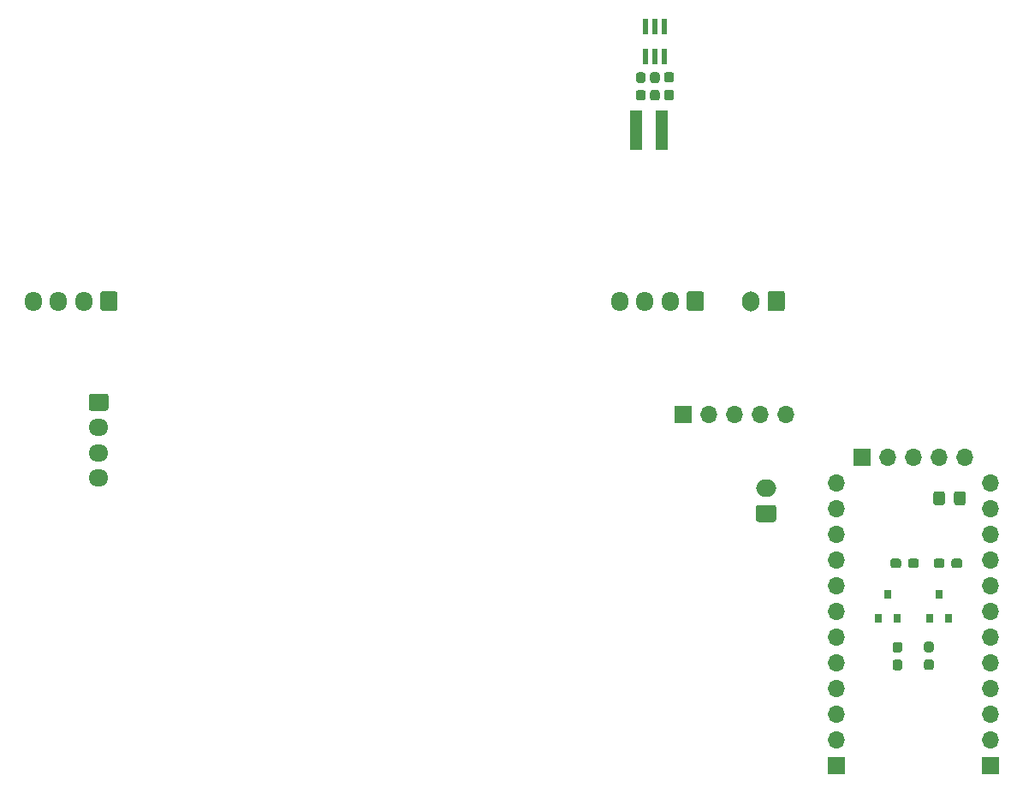
<source format=gbs>
%TF.GenerationSoftware,KiCad,Pcbnew,(5.1.6)-1*%
%TF.CreationDate,2021-03-30T00:51:02+09:00*%
%TF.ProjectId,CubBELMonitor,43756242-454c-44d6-9f6e-69746f722e6b,rev?*%
%TF.SameCoordinates,Original*%
%TF.FileFunction,Soldermask,Bot*%
%TF.FilePolarity,Negative*%
%FSLAX46Y46*%
G04 Gerber Fmt 4.6, Leading zero omitted, Abs format (unit mm)*
G04 Created by KiCad (PCBNEW (5.1.6)-1) date 2021-03-30 00:51:02*
%MOMM*%
%LPD*%
G01*
G04 APERTURE LIST*
%ADD10O,1.950000X1.700000*%
%ADD11O,2.000000X1.700000*%
%ADD12R,1.200000X4.000000*%
%ADD13R,0.800000X0.900000*%
%ADD14R,1.700000X1.700000*%
%ADD15O,1.700000X1.700000*%
%ADD16O,1.700000X1.950000*%
%ADD17O,1.700000X2.000000*%
%ADD18R,0.500000X1.600000*%
G04 APERTURE END LIST*
D10*
%TO.C,P2*%
X70000000Y-77500000D03*
X70000000Y-75000000D03*
X70000000Y-72500000D03*
G36*
G01*
X69275000Y-69150000D02*
X70725000Y-69150000D01*
G75*
G02*
X70975000Y-69400000I0J-250000D01*
G01*
X70975000Y-70600000D01*
G75*
G02*
X70725000Y-70850000I-250000J0D01*
G01*
X69275000Y-70850000D01*
G75*
G02*
X69025000Y-70600000I0J250000D01*
G01*
X69025000Y-69400000D01*
G75*
G02*
X69275000Y-69150000I250000J0D01*
G01*
G37*
%TD*%
D11*
%TO.C,P6*%
X136000000Y-78500000D03*
G36*
G01*
X136750000Y-81850000D02*
X135250000Y-81850000D01*
G75*
G02*
X135000000Y-81600000I0J250000D01*
G01*
X135000000Y-80400000D01*
G75*
G02*
X135250000Y-80150000I250000J0D01*
G01*
X136750000Y-80150000D01*
G75*
G02*
X137000000Y-80400000I0J-250000D01*
G01*
X137000000Y-81600000D01*
G75*
G02*
X136750000Y-81850000I-250000J0D01*
G01*
G37*
%TD*%
D12*
%TO.C,P21*%
X125645000Y-43088000D03*
X123105000Y-43088000D03*
%TD*%
%TO.C,R34*%
G36*
G01*
X152341500Y-96475000D02*
X151866500Y-96475000D01*
G75*
G02*
X151629000Y-96237500I0J237500D01*
G01*
X151629000Y-95662500D01*
G75*
G02*
X151866500Y-95425000I237500J0D01*
G01*
X152341500Y-95425000D01*
G75*
G02*
X152579000Y-95662500I0J-237500D01*
G01*
X152579000Y-96237500D01*
G75*
G02*
X152341500Y-96475000I-237500J0D01*
G01*
G37*
G36*
G01*
X152341500Y-94725000D02*
X151866500Y-94725000D01*
G75*
G02*
X151629000Y-94487500I0J237500D01*
G01*
X151629000Y-93912500D01*
G75*
G02*
X151866500Y-93675000I237500J0D01*
G01*
X152341500Y-93675000D01*
G75*
G02*
X152579000Y-93912500I0J-237500D01*
G01*
X152579000Y-94487500D01*
G75*
G02*
X152341500Y-94725000I-237500J0D01*
G01*
G37*
%TD*%
%TO.C,R33*%
G36*
G01*
X148762500Y-93700000D02*
X149237500Y-93700000D01*
G75*
G02*
X149475000Y-93937500I0J-237500D01*
G01*
X149475000Y-94512500D01*
G75*
G02*
X149237500Y-94750000I-237500J0D01*
G01*
X148762500Y-94750000D01*
G75*
G02*
X148525000Y-94512500I0J237500D01*
G01*
X148525000Y-93937500D01*
G75*
G02*
X148762500Y-93700000I237500J0D01*
G01*
G37*
G36*
G01*
X148762500Y-95450000D02*
X149237500Y-95450000D01*
G75*
G02*
X149475000Y-95687500I0J-237500D01*
G01*
X149475000Y-96262500D01*
G75*
G02*
X149237500Y-96500000I-237500J0D01*
G01*
X148762500Y-96500000D01*
G75*
G02*
X148525000Y-96262500I0J237500D01*
G01*
X148525000Y-95687500D01*
G75*
G02*
X148762500Y-95450000I237500J0D01*
G01*
G37*
%TD*%
%TO.C,R32*%
G36*
G01*
X148305000Y-86167500D02*
X148305000Y-85692500D01*
G75*
G02*
X148542500Y-85455000I237500J0D01*
G01*
X149117500Y-85455000D01*
G75*
G02*
X149355000Y-85692500I0J-237500D01*
G01*
X149355000Y-86167500D01*
G75*
G02*
X149117500Y-86405000I-237500J0D01*
G01*
X148542500Y-86405000D01*
G75*
G02*
X148305000Y-86167500I0J237500D01*
G01*
G37*
G36*
G01*
X150055000Y-86167500D02*
X150055000Y-85692500D01*
G75*
G02*
X150292500Y-85455000I237500J0D01*
G01*
X150867500Y-85455000D01*
G75*
G02*
X151105000Y-85692500I0J-237500D01*
G01*
X151105000Y-86167500D01*
G75*
G02*
X150867500Y-86405000I-237500J0D01*
G01*
X150292500Y-86405000D01*
G75*
G02*
X150055000Y-86167500I0J237500D01*
G01*
G37*
%TD*%
%TO.C,R31*%
G36*
G01*
X155395000Y-85692500D02*
X155395000Y-86167500D01*
G75*
G02*
X155157500Y-86405000I-237500J0D01*
G01*
X154582500Y-86405000D01*
G75*
G02*
X154345000Y-86167500I0J237500D01*
G01*
X154345000Y-85692500D01*
G75*
G02*
X154582500Y-85455000I237500J0D01*
G01*
X155157500Y-85455000D01*
G75*
G02*
X155395000Y-85692500I0J-237500D01*
G01*
G37*
G36*
G01*
X153645000Y-85692500D02*
X153645000Y-86167500D01*
G75*
G02*
X153407500Y-86405000I-237500J0D01*
G01*
X152832500Y-86405000D01*
G75*
G02*
X152595000Y-86167500I0J237500D01*
G01*
X152595000Y-85692500D01*
G75*
G02*
X152832500Y-85455000I237500J0D01*
G01*
X153407500Y-85455000D01*
G75*
G02*
X153645000Y-85692500I0J-237500D01*
G01*
G37*
%TD*%
%TO.C,R22*%
G36*
G01*
X123375500Y-37384000D02*
X123850500Y-37384000D01*
G75*
G02*
X124088000Y-37621500I0J-237500D01*
G01*
X124088000Y-38196500D01*
G75*
G02*
X123850500Y-38434000I-237500J0D01*
G01*
X123375500Y-38434000D01*
G75*
G02*
X123138000Y-38196500I0J237500D01*
G01*
X123138000Y-37621500D01*
G75*
G02*
X123375500Y-37384000I237500J0D01*
G01*
G37*
G36*
G01*
X123375500Y-39134000D02*
X123850500Y-39134000D01*
G75*
G02*
X124088000Y-39371500I0J-237500D01*
G01*
X124088000Y-39946500D01*
G75*
G02*
X123850500Y-40184000I-237500J0D01*
G01*
X123375500Y-40184000D01*
G75*
G02*
X123138000Y-39946500I0J237500D01*
G01*
X123138000Y-39371500D01*
G75*
G02*
X123375500Y-39134000I237500J0D01*
G01*
G37*
%TD*%
%TO.C,R21*%
G36*
G01*
X124772500Y-37384000D02*
X125247500Y-37384000D01*
G75*
G02*
X125485000Y-37621500I0J-237500D01*
G01*
X125485000Y-38196500D01*
G75*
G02*
X125247500Y-38434000I-237500J0D01*
G01*
X124772500Y-38434000D01*
G75*
G02*
X124535000Y-38196500I0J237500D01*
G01*
X124535000Y-37621500D01*
G75*
G02*
X124772500Y-37384000I237500J0D01*
G01*
G37*
G36*
G01*
X124772500Y-39134000D02*
X125247500Y-39134000D01*
G75*
G02*
X125485000Y-39371500I0J-237500D01*
G01*
X125485000Y-39946500D01*
G75*
G02*
X125247500Y-40184000I-237500J0D01*
G01*
X124772500Y-40184000D01*
G75*
G02*
X124535000Y-39946500I0J237500D01*
G01*
X124535000Y-39371500D01*
G75*
G02*
X124772500Y-39134000I237500J0D01*
G01*
G37*
%TD*%
%TO.C,R20*%
G36*
G01*
X126169500Y-37356000D02*
X126644500Y-37356000D01*
G75*
G02*
X126882000Y-37593500I0J-237500D01*
G01*
X126882000Y-38168500D01*
G75*
G02*
X126644500Y-38406000I-237500J0D01*
G01*
X126169500Y-38406000D01*
G75*
G02*
X125932000Y-38168500I0J237500D01*
G01*
X125932000Y-37593500D01*
G75*
G02*
X126169500Y-37356000I237500J0D01*
G01*
G37*
G36*
G01*
X126169500Y-39106000D02*
X126644500Y-39106000D01*
G75*
G02*
X126882000Y-39343500I0J-237500D01*
G01*
X126882000Y-39918500D01*
G75*
G02*
X126644500Y-40156000I-237500J0D01*
G01*
X126169500Y-40156000D01*
G75*
G02*
X125932000Y-39918500I0J237500D01*
G01*
X125932000Y-39343500D01*
G75*
G02*
X126169500Y-39106000I237500J0D01*
G01*
G37*
%TD*%
D13*
%TO.C,Q32*%
X154070000Y-91378000D03*
X152170000Y-91378000D03*
X153120000Y-88978000D03*
%TD*%
%TO.C,Q31*%
X148990000Y-91378000D03*
X147090000Y-91378000D03*
X148040000Y-88978000D03*
%TD*%
D14*
%TO.C,P30*%
X145500000Y-75440000D03*
D15*
X148040000Y-75440000D03*
X150580000Y-75440000D03*
X153120000Y-75440000D03*
X155660000Y-75440000D03*
%TD*%
%TO.C,P5*%
X138000000Y-71250000D03*
X135460000Y-71250000D03*
X132920000Y-71250000D03*
X130380000Y-71250000D03*
D14*
X127840000Y-71250000D03*
%TD*%
D16*
%TO.C,P4*%
X121500000Y-60000000D03*
X124000000Y-60000000D03*
X126500000Y-60000000D03*
G36*
G01*
X129850000Y-59275000D02*
X129850000Y-60725000D01*
G75*
G02*
X129600000Y-60975000I-250000J0D01*
G01*
X128400000Y-60975000D01*
G75*
G02*
X128150000Y-60725000I0J250000D01*
G01*
X128150000Y-59275000D01*
G75*
G02*
X128400000Y-59025000I250000J0D01*
G01*
X129600000Y-59025000D01*
G75*
G02*
X129850000Y-59275000I0J-250000D01*
G01*
G37*
%TD*%
%TO.C,P3*%
G36*
G01*
X71850000Y-59275000D02*
X71850000Y-60725000D01*
G75*
G02*
X71600000Y-60975000I-250000J0D01*
G01*
X70400000Y-60975000D01*
G75*
G02*
X70150000Y-60725000I0J250000D01*
G01*
X70150000Y-59275000D01*
G75*
G02*
X70400000Y-59025000I250000J0D01*
G01*
X71600000Y-59025000D01*
G75*
G02*
X71850000Y-59275000I0J-250000D01*
G01*
G37*
X68500000Y-60000000D03*
X66000000Y-60000000D03*
X63500000Y-60000000D03*
%TD*%
D17*
%TO.C,P1*%
X134500000Y-60000000D03*
G36*
G01*
X137850000Y-59250000D02*
X137850000Y-60750000D01*
G75*
G02*
X137600000Y-61000000I-250000J0D01*
G01*
X136400000Y-61000000D01*
G75*
G02*
X136150000Y-60750000I0J250000D01*
G01*
X136150000Y-59250000D01*
G75*
G02*
X136400000Y-59000000I250000J0D01*
G01*
X137600000Y-59000000D01*
G75*
G02*
X137850000Y-59250000I0J-250000D01*
G01*
G37*
%TD*%
D14*
%TO.C,J2*%
X158200000Y-105920000D03*
D15*
X158200000Y-103380000D03*
X158200000Y-100840000D03*
X158200000Y-98300000D03*
X158200000Y-95760000D03*
X158200000Y-93220000D03*
X158200000Y-90680000D03*
X158200000Y-88140000D03*
X158200000Y-85600000D03*
X158200000Y-83060000D03*
X158200000Y-80520000D03*
X158200000Y-77980000D03*
%TD*%
D14*
%TO.C,J1*%
X142960000Y-105920000D03*
D15*
X142960000Y-103380000D03*
X142960000Y-100840000D03*
X142960000Y-98300000D03*
X142960000Y-95760000D03*
X142960000Y-93220000D03*
X142960000Y-90680000D03*
X142960000Y-88140000D03*
X142960000Y-85600000D03*
X142960000Y-83060000D03*
X142960000Y-80520000D03*
X142960000Y-77980000D03*
%TD*%
D18*
%TO.C,D10*%
X125910000Y-32899000D03*
X125010000Y-32899000D03*
X124110000Y-32899000D03*
X124110000Y-35849000D03*
X125010000Y-35849000D03*
X125910000Y-35849000D03*
%TD*%
%TO.C,C31*%
G36*
G01*
X152545000Y-79954001D02*
X152545000Y-79053999D01*
G75*
G02*
X152794999Y-78804000I249999J0D01*
G01*
X153445001Y-78804000D01*
G75*
G02*
X153695000Y-79053999I0J-249999D01*
G01*
X153695000Y-79954001D01*
G75*
G02*
X153445001Y-80204000I-249999J0D01*
G01*
X152794999Y-80204000D01*
G75*
G02*
X152545000Y-79954001I0J249999D01*
G01*
G37*
G36*
G01*
X154595000Y-79954001D02*
X154595000Y-79053999D01*
G75*
G02*
X154844999Y-78804000I249999J0D01*
G01*
X155495001Y-78804000D01*
G75*
G02*
X155745000Y-79053999I0J-249999D01*
G01*
X155745000Y-79954001D01*
G75*
G02*
X155495001Y-80204000I-249999J0D01*
G01*
X154844999Y-80204000D01*
G75*
G02*
X154595000Y-79954001I0J249999D01*
G01*
G37*
%TD*%
M02*

</source>
